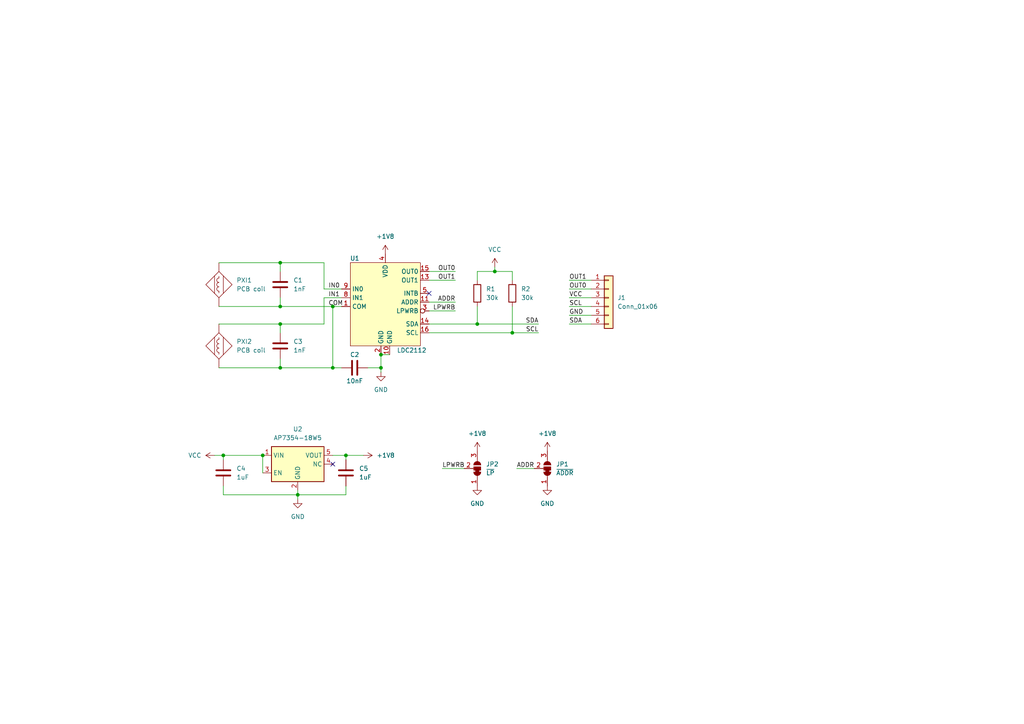
<source format=kicad_sch>
(kicad_sch
	(version 20231120)
	(generator "eeschema")
	(generator_version "8.0")
	(uuid "afaee055-9392-4ae6-aa7e-cc2770462548")
	(paper "A4")
	(title_block
		(title "Smart Water Meter Sensor")
		(date "2021-11-07")
		(rev "1.0.0")
		(company "Copyright (c) 2021 Alexander Dvorkovyy")
		(comment 1 "This work is licensed under a Creative Commons Attribution 4.0 International License.")
	)
	(lib_symbols
		(symbol "Connector_Generic:Conn_01x06"
			(pin_names
				(offset 1.016) hide)
			(exclude_from_sim no)
			(in_bom yes)
			(on_board yes)
			(property "Reference" "J"
				(at 0 7.62 0)
				(effects
					(font
						(size 1.27 1.27)
					)
				)
			)
			(property "Value" "Conn_01x06"
				(at 0 -10.16 0)
				(effects
					(font
						(size 1.27 1.27)
					)
				)
			)
			(property "Footprint" ""
				(at 0 0 0)
				(effects
					(font
						(size 1.27 1.27)
					)
					(hide yes)
				)
			)
			(property "Datasheet" "~"
				(at 0 0 0)
				(effects
					(font
						(size 1.27 1.27)
					)
					(hide yes)
				)
			)
			(property "Description" "Generic connector, single row, 01x06, script generated (kicad-library-utils/schlib/autogen/connector/)"
				(at 0 0 0)
				(effects
					(font
						(size 1.27 1.27)
					)
					(hide yes)
				)
			)
			(property "ki_keywords" "connector"
				(at 0 0 0)
				(effects
					(font
						(size 1.27 1.27)
					)
					(hide yes)
				)
			)
			(property "ki_fp_filters" "Connector*:*_1x??_*"
				(at 0 0 0)
				(effects
					(font
						(size 1.27 1.27)
					)
					(hide yes)
				)
			)
			(symbol "Conn_01x06_1_1"
				(rectangle
					(start -1.27 -7.493)
					(end 0 -7.747)
					(stroke
						(width 0.1524)
						(type default)
					)
					(fill
						(type none)
					)
				)
				(rectangle
					(start -1.27 -4.953)
					(end 0 -5.207)
					(stroke
						(width 0.1524)
						(type default)
					)
					(fill
						(type none)
					)
				)
				(rectangle
					(start -1.27 -2.413)
					(end 0 -2.667)
					(stroke
						(width 0.1524)
						(type default)
					)
					(fill
						(type none)
					)
				)
				(rectangle
					(start -1.27 0.127)
					(end 0 -0.127)
					(stroke
						(width 0.1524)
						(type default)
					)
					(fill
						(type none)
					)
				)
				(rectangle
					(start -1.27 2.667)
					(end 0 2.413)
					(stroke
						(width 0.1524)
						(type default)
					)
					(fill
						(type none)
					)
				)
				(rectangle
					(start -1.27 5.207)
					(end 0 4.953)
					(stroke
						(width 0.1524)
						(type default)
					)
					(fill
						(type none)
					)
				)
				(rectangle
					(start -1.27 6.35)
					(end 1.27 -8.89)
					(stroke
						(width 0.254)
						(type default)
					)
					(fill
						(type background)
					)
				)
				(pin passive line
					(at -5.08 5.08 0)
					(length 3.81)
					(name "Pin_1"
						(effects
							(font
								(size 1.27 1.27)
							)
						)
					)
					(number "1"
						(effects
							(font
								(size 1.27 1.27)
							)
						)
					)
				)
				(pin passive line
					(at -5.08 2.54 0)
					(length 3.81)
					(name "Pin_2"
						(effects
							(font
								(size 1.27 1.27)
							)
						)
					)
					(number "2"
						(effects
							(font
								(size 1.27 1.27)
							)
						)
					)
				)
				(pin passive line
					(at -5.08 0 0)
					(length 3.81)
					(name "Pin_3"
						(effects
							(font
								(size 1.27 1.27)
							)
						)
					)
					(number "3"
						(effects
							(font
								(size 1.27 1.27)
							)
						)
					)
				)
				(pin passive line
					(at -5.08 -2.54 0)
					(length 3.81)
					(name "Pin_4"
						(effects
							(font
								(size 1.27 1.27)
							)
						)
					)
					(number "4"
						(effects
							(font
								(size 1.27 1.27)
							)
						)
					)
				)
				(pin passive line
					(at -5.08 -5.08 0)
					(length 3.81)
					(name "Pin_5"
						(effects
							(font
								(size 1.27 1.27)
							)
						)
					)
					(number "5"
						(effects
							(font
								(size 1.27 1.27)
							)
						)
					)
				)
				(pin passive line
					(at -5.08 -7.62 0)
					(length 3.81)
					(name "Pin_6"
						(effects
							(font
								(size 1.27 1.27)
							)
						)
					)
					(number "6"
						(effects
							(font
								(size 1.27 1.27)
							)
						)
					)
				)
			)
		)
		(symbol "Device:C"
			(pin_numbers hide)
			(pin_names
				(offset 0.254)
			)
			(exclude_from_sim no)
			(in_bom yes)
			(on_board yes)
			(property "Reference" "C"
				(at 0.635 2.54 0)
				(effects
					(font
						(size 1.27 1.27)
					)
					(justify left)
				)
			)
			(property "Value" "C"
				(at 0.635 -2.54 0)
				(effects
					(font
						(size 1.27 1.27)
					)
					(justify left)
				)
			)
			(property "Footprint" ""
				(at 0.9652 -3.81 0)
				(effects
					(font
						(size 1.27 1.27)
					)
					(hide yes)
				)
			)
			(property "Datasheet" "~"
				(at 0 0 0)
				(effects
					(font
						(size 1.27 1.27)
					)
					(hide yes)
				)
			)
			(property "Description" "Unpolarized capacitor"
				(at 0 0 0)
				(effects
					(font
						(size 1.27 1.27)
					)
					(hide yes)
				)
			)
			(property "ki_keywords" "cap capacitor"
				(at 0 0 0)
				(effects
					(font
						(size 1.27 1.27)
					)
					(hide yes)
				)
			)
			(property "ki_fp_filters" "C_*"
				(at 0 0 0)
				(effects
					(font
						(size 1.27 1.27)
					)
					(hide yes)
				)
			)
			(symbol "C_0_1"
				(polyline
					(pts
						(xy -2.032 -0.762) (xy 2.032 -0.762)
					)
					(stroke
						(width 0.508)
						(type default)
					)
					(fill
						(type none)
					)
				)
				(polyline
					(pts
						(xy -2.032 0.762) (xy 2.032 0.762)
					)
					(stroke
						(width 0.508)
						(type default)
					)
					(fill
						(type none)
					)
				)
			)
			(symbol "C_1_1"
				(pin passive line
					(at 0 3.81 270)
					(length 2.794)
					(name "~"
						(effects
							(font
								(size 1.27 1.27)
							)
						)
					)
					(number "1"
						(effects
							(font
								(size 1.27 1.27)
							)
						)
					)
				)
				(pin passive line
					(at 0 -3.81 90)
					(length 2.794)
					(name "~"
						(effects
							(font
								(size 1.27 1.27)
							)
						)
					)
					(number "2"
						(effects
							(font
								(size 1.27 1.27)
							)
						)
					)
				)
			)
		)
		(symbol "Device:R"
			(pin_numbers hide)
			(pin_names
				(offset 0)
			)
			(exclude_from_sim no)
			(in_bom yes)
			(on_board yes)
			(property "Reference" "R"
				(at 2.032 0 90)
				(effects
					(font
						(size 1.27 1.27)
					)
				)
			)
			(property "Value" "R"
				(at 0 0 90)
				(effects
					(font
						(size 1.27 1.27)
					)
				)
			)
			(property "Footprint" ""
				(at -1.778 0 90)
				(effects
					(font
						(size 1.27 1.27)
					)
					(hide yes)
				)
			)
			(property "Datasheet" "~"
				(at 0 0 0)
				(effects
					(font
						(size 1.27 1.27)
					)
					(hide yes)
				)
			)
			(property "Description" "Resistor"
				(at 0 0 0)
				(effects
					(font
						(size 1.27 1.27)
					)
					(hide yes)
				)
			)
			(property "ki_keywords" "R res resistor"
				(at 0 0 0)
				(effects
					(font
						(size 1.27 1.27)
					)
					(hide yes)
				)
			)
			(property "ki_fp_filters" "R_*"
				(at 0 0 0)
				(effects
					(font
						(size 1.27 1.27)
					)
					(hide yes)
				)
			)
			(symbol "R_0_1"
				(rectangle
					(start -1.016 -2.54)
					(end 1.016 2.54)
					(stroke
						(width 0.254)
						(type default)
					)
					(fill
						(type none)
					)
				)
			)
			(symbol "R_1_1"
				(pin passive line
					(at 0 3.81 270)
					(length 1.27)
					(name "~"
						(effects
							(font
								(size 1.27 1.27)
							)
						)
					)
					(number "1"
						(effects
							(font
								(size 1.27 1.27)
							)
						)
					)
				)
				(pin passive line
					(at 0 -3.81 90)
					(length 1.27)
					(name "~"
						(effects
							(font
								(size 1.27 1.27)
							)
						)
					)
					(number "2"
						(effects
							(font
								(size 1.27 1.27)
							)
						)
					)
				)
			)
		)
		(symbol "Jumper:SolderJumper_3_Bridged12"
			(pin_names
				(offset 0) hide)
			(exclude_from_sim no)
			(in_bom yes)
			(on_board yes)
			(property "Reference" "JP"
				(at -2.54 -2.54 0)
				(effects
					(font
						(size 1.27 1.27)
					)
				)
			)
			(property "Value" "SolderJumper_3_Bridged12"
				(at 0 2.794 0)
				(effects
					(font
						(size 1.27 1.27)
					)
				)
			)
			(property "Footprint" ""
				(at 0 0 0)
				(effects
					(font
						(size 1.27 1.27)
					)
					(hide yes)
				)
			)
			(property "Datasheet" "~"
				(at 0 0 0)
				(effects
					(font
						(size 1.27 1.27)
					)
					(hide yes)
				)
			)
			(property "Description" "3-pole Solder Jumper, pins 1+2 closed/bridged"
				(at 0 0 0)
				(effects
					(font
						(size 1.27 1.27)
					)
					(hide yes)
				)
			)
			(property "ki_keywords" "Solder Jumper SPDT"
				(at 0 0 0)
				(effects
					(font
						(size 1.27 1.27)
					)
					(hide yes)
				)
			)
			(property "ki_fp_filters" "SolderJumper*Bridged12*"
				(at 0 0 0)
				(effects
					(font
						(size 1.27 1.27)
					)
					(hide yes)
				)
			)
			(symbol "SolderJumper_3_Bridged12_0_1"
				(rectangle
					(start -1.016 0.508)
					(end -0.508 -0.508)
					(stroke
						(width 0)
						(type default)
					)
					(fill
						(type outline)
					)
				)
				(arc
					(start -1.016 1.016)
					(mid -2.0275 0)
					(end -1.016 -1.016)
					(stroke
						(width 0)
						(type default)
					)
					(fill
						(type none)
					)
				)
				(arc
					(start -1.016 1.016)
					(mid -2.0275 0)
					(end -1.016 -1.016)
					(stroke
						(width 0)
						(type default)
					)
					(fill
						(type outline)
					)
				)
				(rectangle
					(start -0.508 1.016)
					(end 0.508 -1.016)
					(stroke
						(width 0)
						(type default)
					)
					(fill
						(type outline)
					)
				)
				(polyline
					(pts
						(xy -2.54 0) (xy -2.032 0)
					)
					(stroke
						(width 0)
						(type default)
					)
					(fill
						(type none)
					)
				)
				(polyline
					(pts
						(xy -1.016 1.016) (xy -1.016 -1.016)
					)
					(stroke
						(width 0)
						(type default)
					)
					(fill
						(type none)
					)
				)
				(polyline
					(pts
						(xy 0 -1.27) (xy 0 -1.016)
					)
					(stroke
						(width 0)
						(type default)
					)
					(fill
						(type none)
					)
				)
				(polyline
					(pts
						(xy 1.016 1.016) (xy 1.016 -1.016)
					)
					(stroke
						(width 0)
						(type default)
					)
					(fill
						(type none)
					)
				)
				(polyline
					(pts
						(xy 2.54 0) (xy 2.032 0)
					)
					(stroke
						(width 0)
						(type default)
					)
					(fill
						(type none)
					)
				)
				(arc
					(start 1.016 -1.016)
					(mid 2.0275 0)
					(end 1.016 1.016)
					(stroke
						(width 0)
						(type default)
					)
					(fill
						(type none)
					)
				)
				(arc
					(start 1.016 -1.016)
					(mid 2.0275 0)
					(end 1.016 1.016)
					(stroke
						(width 0)
						(type default)
					)
					(fill
						(type outline)
					)
				)
			)
			(symbol "SolderJumper_3_Bridged12_1_1"
				(pin passive line
					(at -5.08 0 0)
					(length 2.54)
					(name "A"
						(effects
							(font
								(size 1.27 1.27)
							)
						)
					)
					(number "1"
						(effects
							(font
								(size 1.27 1.27)
							)
						)
					)
				)
				(pin input line
					(at 0 -3.81 90)
					(length 2.54)
					(name "C"
						(effects
							(font
								(size 1.27 1.27)
							)
						)
					)
					(number "2"
						(effects
							(font
								(size 1.27 1.27)
							)
						)
					)
				)
				(pin passive line
					(at 5.08 0 180)
					(length 2.54)
					(name "B"
						(effects
							(font
								(size 1.27 1.27)
							)
						)
					)
					(number "3"
						(effects
							(font
								(size 1.27 1.27)
							)
						)
					)
				)
			)
		)
		(symbol "Regulator_Linear:ADP7142AUJZ-1.8"
			(exclude_from_sim no)
			(in_bom yes)
			(on_board yes)
			(property "Reference" "U2"
				(at 0 10.16 0)
				(effects
					(font
						(size 1.27 1.27)
					)
				)
			)
			(property "Value" "AP7354-18W5"
				(at 0 7.62 0)
				(effects
					(font
						(size 1.27 1.27)
					)
				)
			)
			(property "Footprint" "Package_TO_SOT_SMD:TSOT-23-5"
				(at 0 -10.16 0)
				(effects
					(font
						(size 1.27 1.27)
						(italic yes)
					)
					(hide yes)
				)
			)
			(property "Datasheet" "https://nl.mouser.com/datasheet/2/115/DIOD_S_A0010206046_1-2543502.pdf"
				(at 0 -12.7 0)
				(effects
					(font
						(size 1.27 1.27)
					)
					(hide yes)
				)
			)
			(property "Description" "150mA, Low Noise, CMOS Low Dropout Regulator, Positive, 1.8V Fixed Output, TSOT-23-5"
				(at 0 0 0)
				(effects
					(font
						(size 1.27 1.27)
					)
					(hide yes)
				)
			)
			(property "ki_keywords" "linear regulator ldo fixed positive"
				(at 0 0 0)
				(effects
					(font
						(size 1.27 1.27)
					)
					(hide yes)
				)
			)
			(property "ki_fp_filters" "TSOT?23*"
				(at 0 0 0)
				(effects
					(font
						(size 1.27 1.27)
					)
					(hide yes)
				)
			)
			(symbol "ADP7142AUJZ-1.8_0_1"
				(rectangle
					(start -7.62 5.08)
					(end 7.62 -5.08)
					(stroke
						(width 0.254)
						(type default)
					)
					(fill
						(type background)
					)
				)
			)
			(symbol "ADP7142AUJZ-1.8_1_1"
				(pin power_in line
					(at -10.16 2.54 0)
					(length 2.54)
					(name "VIN"
						(effects
							(font
								(size 1.27 1.27)
							)
						)
					)
					(number "1"
						(effects
							(font
								(size 1.27 1.27)
							)
						)
					)
				)
				(pin power_in line
					(at 0 -7.62 90)
					(length 2.54)
					(name "GND"
						(effects
							(font
								(size 1.27 1.27)
							)
						)
					)
					(number "2"
						(effects
							(font
								(size 1.27 1.27)
							)
						)
					)
				)
				(pin input line
					(at -10.16 -2.54 0)
					(length 2.54)
					(name "EN"
						(effects
							(font
								(size 1.27 1.27)
							)
						)
					)
					(number "3"
						(effects
							(font
								(size 1.27 1.27)
							)
						)
					)
				)
				(pin no_connect line
					(at 10.16 0 180)
					(length 2.54)
					(name "NC"
						(effects
							(font
								(size 1.27 1.27)
							)
						)
					)
					(number "4"
						(effects
							(font
								(size 1.27 1.27)
							)
						)
					)
				)
				(pin power_out line
					(at 10.16 2.54 180)
					(length 2.54)
					(name "VOUT"
						(effects
							(font
								(size 1.27 1.27)
							)
						)
					)
					(number "5"
						(effects
							(font
								(size 1.27 1.27)
							)
						)
					)
				)
			)
		)
		(symbol "Sensor_Proximity_Goodies:Inductive_Proximity_Sensor"
			(pin_numbers hide)
			(pin_names hide)
			(exclude_from_sim no)
			(in_bom no)
			(on_board yes)
			(property "Reference" "PXI"
				(at 0 5.08 0)
				(effects
					(font
						(size 1.27 1.27)
					)
				)
			)
			(property "Value" "Inductive_Proximity_Sensor"
				(at 0 -5.08 0)
				(effects
					(font
						(size 1.27 1.27)
					)
				)
			)
			(property "Footprint" ""
				(at 0 0 0)
				(effects
					(font
						(size 1.27 1.27)
					)
					(hide yes)
				)
			)
			(property "Datasheet" ""
				(at 0 0 0)
				(effects
					(font
						(size 1.27 1.27)
					)
					(hide yes)
				)
			)
			(property "Description" "Proximity sensor for conductive materials"
				(at 0 0 0)
				(effects
					(font
						(size 1.27 1.27)
					)
					(hide yes)
				)
			)
			(property "Spice_Primitive" "L"
				(at 8.89 5.08 0)
				(effects
					(font
						(size 1.27 1.27)
					)
					(hide yes)
				)
			)
			(property "Spice_Model" "1uH"
				(at 12.7 5.08 0)
				(effects
					(font
						(size 1.27 1.27)
					)
					(hide yes)
				)
			)
			(property "Spice_Netlist_Enabled" "Y"
				(at 16.51 5.08 0)
				(effects
					(font
						(size 1.27 1.27)
					)
					(hide yes)
				)
			)
			(property "ki_keywords" "coil inductive proximity"
				(at 0 0 0)
				(effects
					(font
						(size 1.27 1.27)
					)
					(hide yes)
				)
			)
			(property "ki_fp_filters" "pcb_coil"
				(at 0 0 0)
				(effects
					(font
						(size 1.27 1.27)
					)
					(hide yes)
				)
			)
			(symbol "Inductive_Proximity_Sensor_0_1"
				(arc
					(start -0.635 0.0113)
					(mid -1.27 0.6351)
					(end -1.905 0.0113)
					(stroke
						(width 0.1524)
						(type default)
					)
					(fill
						(type none)
					)
				)
				(polyline
					(pts
						(xy -2.54 -1.27) (xy 2.54 -1.27)
					)
					(stroke
						(width 0.1524)
						(type default)
					)
					(fill
						(type none)
					)
				)
				(polyline
					(pts
						(xy -2.54 1.27) (xy 2.54 1.27)
					)
					(stroke
						(width 0.1524)
						(type default)
					)
					(fill
						(type none)
					)
				)
				(polyline
					(pts
						(xy -2.413 0) (xy -1.905 0)
					)
					(stroke
						(width 0.1524)
						(type default)
					)
					(fill
						(type none)
					)
				)
				(polyline
					(pts
						(xy 1.905 0) (xy 2.413 0)
					)
					(stroke
						(width 0.1524)
						(type default)
					)
					(fill
						(type none)
					)
				)
				(polyline
					(pts
						(xy -3.81 0) (xy 0 3.81) (xy 3.81 0) (xy 0 -3.81) (xy -3.81 0)
					)
					(stroke
						(width 0.1524)
						(type default)
					)
					(fill
						(type none)
					)
				)
				(arc
					(start 0.635 0.0113)
					(mid 0 0.6351)
					(end -0.635 0.0113)
					(stroke
						(width 0.1524)
						(type default)
					)
					(fill
						(type none)
					)
				)
				(arc
					(start 1.905 0.0113)
					(mid 1.27 0.6351)
					(end 0.635 0.0113)
					(stroke
						(width 0.1524)
						(type default)
					)
					(fill
						(type none)
					)
				)
			)
			(symbol "Inductive_Proximity_Sensor_1_1"
				(pin passive line
					(at -6.35 0 0)
					(length 2.54)
					(name "1"
						(effects
							(font
								(size 1.27 1.27)
							)
						)
					)
					(number "1"
						(effects
							(font
								(size 1.27 1.27)
							)
						)
					)
				)
				(pin passive line
					(at 6.35 0 180)
					(length 2.54)
					(name "2"
						(effects
							(font
								(size 1.27 1.27)
							)
						)
					)
					(number "2"
						(effects
							(font
								(size 1.27 1.27)
							)
						)
					)
				)
			)
		)
		(symbol "Sensor_Proximity_Goodies:LDC2112"
			(exclude_from_sim no)
			(in_bom yes)
			(on_board yes)
			(property "Reference" "U"
				(at -8.89 11.43 0)
				(effects
					(font
						(size 1.27 1.27)
					)
				)
			)
			(property "Value" "LDC2112"
				(at 6.35 11.43 0)
				(effects
					(font
						(size 1.27 1.27)
					)
				)
			)
			(property "Footprint" "Package_SO:TSSOP-16_4.4x5mm_P0.65mm"
				(at 2.54 15.24 0)
				(effects
					(font
						(size 1.27 1.27)
					)
					(hide yes)
				)
			)
			(property "Datasheet" "https://www.ti.com/lit/ds/symlink/ldc2112.pdf"
				(at 0 17.78 0)
				(effects
					(font
						(size 1.27 1.27)
					)
					(hide yes)
				)
			)
			(property "Description" "Inductive Touch Solution, 2-channel, TSSOP-16"
				(at 0 0 0)
				(effects
					(font
						(size 1.27 1.27)
					)
					(hide yes)
				)
			)
			(property "ki_keywords" "inductance sensor"
				(at 0 0 0)
				(effects
					(font
						(size 1.27 1.27)
					)
					(hide yes)
				)
			)
			(property "ki_fp_filters" "WSON*1EP*4x4mm*P0.5mm*"
				(at 0 0 0)
				(effects
					(font
						(size 1.27 1.27)
					)
					(hide yes)
				)
			)
			(symbol "LDC2112_0_1"
				(rectangle
					(start -10.16 10.16)
					(end 10.16 -13.97)
					(stroke
						(width 0.1524)
						(type default)
					)
					(fill
						(type background)
					)
				)
				(rectangle
					(start 12.7 -3.81)
					(end 12.7 -3.81)
					(stroke
						(width 0.1524)
						(type default)
					)
					(fill
						(type none)
					)
				)
			)
			(symbol "LDC2112_1_1"
				(pin input line
					(at -12.7 -2.54 0)
					(length 2.54)
					(name "COM"
						(effects
							(font
								(size 1.27 1.27)
							)
						)
					)
					(number "1"
						(effects
							(font
								(size 1.27 1.27)
							)
						)
					)
				)
				(pin power_in line
					(at 1.27 -16.51 90)
					(length 2.54)
					(name "GND"
						(effects
							(font
								(size 1.27 1.27)
							)
						)
					)
					(number "10"
						(effects
							(font
								(size 1.27 1.27)
							)
						)
					)
				)
				(pin input line
					(at 12.7 -1.27 180)
					(length 2.54)
					(name "ADDR"
						(effects
							(font
								(size 1.27 1.27)
							)
						)
					)
					(number "11"
						(effects
							(font
								(size 1.27 1.27)
							)
						)
					)
				)
				(pin output line
					(at 12.7 5.08 180)
					(length 2.54)
					(name "OUT1"
						(effects
							(font
								(size 1.27 1.27)
							)
						)
					)
					(number "13"
						(effects
							(font
								(size 1.27 1.27)
							)
						)
					)
				)
				(pin bidirectional line
					(at 12.7 -7.62 180)
					(length 2.54)
					(name "SDA"
						(effects
							(font
								(size 1.27 1.27)
							)
						)
					)
					(number "14"
						(effects
							(font
								(size 1.27 1.27)
							)
						)
					)
				)
				(pin output line
					(at 12.7 7.62 180)
					(length 2.54)
					(name "OUT0"
						(effects
							(font
								(size 1.27 1.27)
							)
						)
					)
					(number "15"
						(effects
							(font
								(size 1.27 1.27)
							)
						)
					)
				)
				(pin input line
					(at 12.7 -10.16 180)
					(length 2.54)
					(name "SCL"
						(effects
							(font
								(size 1.27 1.27)
							)
						)
					)
					(number "16"
						(effects
							(font
								(size 1.27 1.27)
							)
						)
					)
				)
				(pin power_in line
					(at -1.27 -16.51 90)
					(length 2.54)
					(name "GND"
						(effects
							(font
								(size 1.27 1.27)
							)
						)
					)
					(number "2"
						(effects
							(font
								(size 1.27 1.27)
							)
						)
					)
				)
				(pin input inverted
					(at 12.7 -3.81 180)
					(length 2.54)
					(name "LPWRB"
						(effects
							(font
								(size 1.27 1.27)
							)
						)
					)
					(number "3"
						(effects
							(font
								(size 1.27 1.27)
							)
						)
					)
				)
				(pin power_in line
					(at 0 12.7 270)
					(length 2.54)
					(name "VDD"
						(effects
							(font
								(size 1.27 1.27)
							)
						)
					)
					(number "4"
						(effects
							(font
								(size 1.27 1.27)
							)
						)
					)
				)
				(pin output line
					(at 12.7 1.27 180)
					(length 2.54)
					(name "INTB"
						(effects
							(font
								(size 1.27 1.27)
							)
						)
					)
					(number "5"
						(effects
							(font
								(size 1.27 1.27)
							)
						)
					)
				)
				(pin input line
					(at -12.7 0 0)
					(length 2.54)
					(name "IN1"
						(effects
							(font
								(size 1.27 1.27)
							)
						)
					)
					(number "8"
						(effects
							(font
								(size 1.27 1.27)
							)
						)
					)
				)
				(pin input line
					(at -12.7 2.54 0)
					(length 2.54)
					(name "IN0"
						(effects
							(font
								(size 1.27 1.27)
							)
						)
					)
					(number "9"
						(effects
							(font
								(size 1.27 1.27)
							)
						)
					)
				)
			)
		)
		(symbol "power:+1V8"
			(power)
			(pin_names
				(offset 0)
			)
			(exclude_from_sim no)
			(in_bom yes)
			(on_board yes)
			(property "Reference" "#PWR"
				(at 0 -3.81 0)
				(effects
					(font
						(size 1.27 1.27)
					)
					(hide yes)
				)
			)
			(property "Value" "+1V8"
				(at 0 3.556 0)
				(effects
					(font
						(size 1.27 1.27)
					)
				)
			)
			(property "Footprint" ""
				(at 0 0 0)
				(effects
					(font
						(size 1.27 1.27)
					)
					(hide yes)
				)
			)
			(property "Datasheet" ""
				(at 0 0 0)
				(effects
					(font
						(size 1.27 1.27)
					)
					(hide yes)
				)
			)
			(property "Description" "Power symbol creates a global label with name \"+1V8\""
				(at 0 0 0)
				(effects
					(font
						(size 1.27 1.27)
					)
					(hide yes)
				)
			)
			(property "ki_keywords" "power-flag"
				(at 0 0 0)
				(effects
					(font
						(size 1.27 1.27)
					)
					(hide yes)
				)
			)
			(symbol "+1V8_0_1"
				(polyline
					(pts
						(xy -0.762 1.27) (xy 0 2.54)
					)
					(stroke
						(width 0)
						(type default)
					)
					(fill
						(type none)
					)
				)
				(polyline
					(pts
						(xy 0 0) (xy 0 2.54)
					)
					(stroke
						(width 0)
						(type default)
					)
					(fill
						(type none)
					)
				)
				(polyline
					(pts
						(xy 0 2.54) (xy 0.762 1.27)
					)
					(stroke
						(width 0)
						(type default)
					)
					(fill
						(type none)
					)
				)
			)
			(symbol "+1V8_1_1"
				(pin power_in line
					(at 0 0 90)
					(length 0) hide
					(name "+1V8"
						(effects
							(font
								(size 1.27 1.27)
							)
						)
					)
					(number "1"
						(effects
							(font
								(size 1.27 1.27)
							)
						)
					)
				)
			)
		)
		(symbol "power:GND"
			(power)
			(pin_names
				(offset 0)
			)
			(exclude_from_sim no)
			(in_bom yes)
			(on_board yes)
			(property "Reference" "#PWR"
				(at 0 -6.35 0)
				(effects
					(font
						(size 1.27 1.27)
					)
					(hide yes)
				)
			)
			(property "Value" "GND"
				(at 0 -3.81 0)
				(effects
					(font
						(size 1.27 1.27)
					)
				)
			)
			(property "Footprint" ""
				(at 0 0 0)
				(effects
					(font
						(size 1.27 1.27)
					)
					(hide yes)
				)
			)
			(property "Datasheet" ""
				(at 0 0 0)
				(effects
					(font
						(size 1.27 1.27)
					)
					(hide yes)
				)
			)
			(property "Description" "Power symbol creates a global label with name \"GND\" , ground"
				(at 0 0 0)
				(effects
					(font
						(size 1.27 1.27)
					)
					(hide yes)
				)
			)
			(property "ki_keywords" "power-flag"
				(at 0 0 0)
				(effects
					(font
						(size 1.27 1.27)
					)
					(hide yes)
				)
			)
			(symbol "GND_0_1"
				(polyline
					(pts
						(xy 0 0) (xy 0 -1.27) (xy 1.27 -1.27) (xy 0 -2.54) (xy -1.27 -1.27) (xy 0 -1.27)
					)
					(stroke
						(width 0)
						(type default)
					)
					(fill
						(type none)
					)
				)
			)
			(symbol "GND_1_1"
				(pin power_in line
					(at 0 0 270)
					(length 0) hide
					(name "GND"
						(effects
							(font
								(size 1.27 1.27)
							)
						)
					)
					(number "1"
						(effects
							(font
								(size 1.27 1.27)
							)
						)
					)
				)
			)
		)
		(symbol "power:VCC"
			(power)
			(pin_names
				(offset 0)
			)
			(exclude_from_sim no)
			(in_bom yes)
			(on_board yes)
			(property "Reference" "#PWR"
				(at 0 -3.81 0)
				(effects
					(font
						(size 1.27 1.27)
					)
					(hide yes)
				)
			)
			(property "Value" "VCC"
				(at 0 3.81 0)
				(effects
					(font
						(size 1.27 1.27)
					)
				)
			)
			(property "Footprint" ""
				(at 0 0 0)
				(effects
					(font
						(size 1.27 1.27)
					)
					(hide yes)
				)
			)
			(property "Datasheet" ""
				(at 0 0 0)
				(effects
					(font
						(size 1.27 1.27)
					)
					(hide yes)
				)
			)
			(property "Description" "Power symbol creates a global label with name \"VCC\""
				(at 0 0 0)
				(effects
					(font
						(size 1.27 1.27)
					)
					(hide yes)
				)
			)
			(property "ki_keywords" "power-flag"
				(at 0 0 0)
				(effects
					(font
						(size 1.27 1.27)
					)
					(hide yes)
				)
			)
			(symbol "VCC_0_1"
				(polyline
					(pts
						(xy -0.762 1.27) (xy 0 2.54)
					)
					(stroke
						(width 0)
						(type default)
					)
					(fill
						(type none)
					)
				)
				(polyline
					(pts
						(xy 0 0) (xy 0 2.54)
					)
					(stroke
						(width 0)
						(type default)
					)
					(fill
						(type none)
					)
				)
				(polyline
					(pts
						(xy 0 2.54) (xy 0.762 1.27)
					)
					(stroke
						(width 0)
						(type default)
					)
					(fill
						(type none)
					)
				)
			)
			(symbol "VCC_1_1"
				(pin power_in line
					(at 0 0 90)
					(length 0) hide
					(name "VCC"
						(effects
							(font
								(size 1.27 1.27)
							)
						)
					)
					(number "1"
						(effects
							(font
								(size 1.27 1.27)
							)
						)
					)
				)
			)
		)
	)
	(junction
		(at 96.52 88.9)
		(diameter 0)
		(color 0 0 0 0)
		(uuid "1f1377bf-f47d-47a2-a43b-3f1b9c6f9951")
	)
	(junction
		(at 81.28 93.98)
		(diameter 0)
		(color 0 0 0 0)
		(uuid "253cfdb2-6517-4818-a702-a894fc459f23")
	)
	(junction
		(at 100.33 132.08)
		(diameter 0)
		(color 0 0 0 0)
		(uuid "30b924d4-6c1f-439e-919c-60ed7a0603ff")
	)
	(junction
		(at 86.36 143.51)
		(diameter 0)
		(color 0 0 0 0)
		(uuid "67aabe77-42c4-4352-8ca9-fc4d543ac120")
	)
	(junction
		(at 81.28 106.68)
		(diameter 0)
		(color 0 0 0 0)
		(uuid "6ac1bda9-b9d9-4946-a01f-4410f52fbeff")
	)
	(junction
		(at 64.77 132.08)
		(diameter 0)
		(color 0 0 0 0)
		(uuid "70b9c7ee-1056-40ce-bafa-294fc87f92cc")
	)
	(junction
		(at 81.28 88.9)
		(diameter 0)
		(color 0 0 0 0)
		(uuid "759c3706-9d30-40d7-97d2-bd1f8c480ec7")
	)
	(junction
		(at 81.28 76.2)
		(diameter 0)
		(color 0 0 0 0)
		(uuid "7cda8041-34bc-49d9-9699-7edf02d0805b")
	)
	(junction
		(at 148.59 96.52)
		(diameter 0)
		(color 0 0 0 0)
		(uuid "a0b2c727-b68b-48be-9e22-8be3825c31aa")
	)
	(junction
		(at 138.43 93.98)
		(diameter 0)
		(color 0 0 0 0)
		(uuid "aa2d397e-47ad-45fa-84c6-055413c2425b")
	)
	(junction
		(at 110.49 102.87)
		(diameter 0)
		(color 0 0 0 0)
		(uuid "b674f799-8006-48fb-834a-ce086a781599")
	)
	(junction
		(at 76.2 132.08)
		(diameter 0)
		(color 0 0 0 0)
		(uuid "de24e2ce-d331-4610-b3d7-018ae81399a2")
	)
	(junction
		(at 96.52 106.68)
		(diameter 0)
		(color 0 0 0 0)
		(uuid "e8b9da60-2270-4a45-a8c0-2c6a0c163a41")
	)
	(junction
		(at 110.49 106.68)
		(diameter 0)
		(color 0 0 0 0)
		(uuid "ea495a80-17f7-45fe-a7b1-4f9d1a9f73a9")
	)
	(junction
		(at 143.51 78.74)
		(diameter 0)
		(color 0 0 0 0)
		(uuid "fa0a5397-89ff-4fb7-aa82-2cb88aeacb09")
	)
	(no_connect
		(at 124.46 85.09)
		(uuid "19215cbe-d9e5-4d1c-96eb-bfdae3eac80b")
	)
	(no_connect
		(at 96.52 134.62)
		(uuid "833c08a1-ae8d-486a-835b-01fa5b525861")
	)
	(wire
		(pts
			(xy 81.28 76.2) (xy 81.28 78.74)
		)
		(stroke
			(width 0)
			(type default)
		)
		(uuid "0e27a548-e04c-4871-a191-d98c083279f7")
	)
	(wire
		(pts
			(xy 100.33 132.08) (xy 100.33 133.35)
		)
		(stroke
			(width 0)
			(type default)
		)
		(uuid "12351690-f2e4-4e32-9354-61d6376dcc8d")
	)
	(wire
		(pts
			(xy 124.46 87.63) (xy 132.08 87.63)
		)
		(stroke
			(width 0)
			(type default)
		)
		(uuid "14c6dc1f-da4a-433e-8e08-2e77d9deb152")
	)
	(wire
		(pts
			(xy 124.46 81.28) (xy 132.08 81.28)
		)
		(stroke
			(width 0)
			(type default)
		)
		(uuid "25d9c662-9e2a-48f5-8292-c1de466afd92")
	)
	(wire
		(pts
			(xy 165.1 93.98) (xy 171.45 93.98)
		)
		(stroke
			(width 0)
			(type default)
		)
		(uuid "2a8e7d02-27a4-42c7-9dab-19988232ac97")
	)
	(wire
		(pts
			(xy 81.28 93.98) (xy 93.98 93.98)
		)
		(stroke
			(width 0)
			(type default)
		)
		(uuid "32ec496d-8435-462a-8be7-f5f9c20a178e")
	)
	(wire
		(pts
			(xy 93.98 93.98) (xy 93.98 86.36)
		)
		(stroke
			(width 0)
			(type default)
		)
		(uuid "32ec496d-8435-462a-8be7-f5f9c20a178f")
	)
	(wire
		(pts
			(xy 93.98 86.36) (xy 99.06 86.36)
		)
		(stroke
			(width 0)
			(type default)
		)
		(uuid "32ec496d-8435-462a-8be7-f5f9c20a1790")
	)
	(wire
		(pts
			(xy 63.5 93.98) (xy 81.28 93.98)
		)
		(stroke
			(width 0)
			(type default)
		)
		(uuid "32ec496d-8435-462a-8be7-f5f9c20a1791")
	)
	(wire
		(pts
			(xy 64.77 132.08) (xy 64.77 133.35)
		)
		(stroke
			(width 0)
			(type default)
		)
		(uuid "3e1f61e7-26db-4a2a-a432-3b1a22081a46")
	)
	(wire
		(pts
			(xy 165.1 91.44) (xy 171.45 91.44)
		)
		(stroke
			(width 0)
			(type default)
		)
		(uuid "4026c56b-9a7c-4c30-9e74-5fa7845510e2")
	)
	(wire
		(pts
			(xy 165.1 81.28) (xy 171.45 81.28)
		)
		(stroke
			(width 0)
			(type default)
		)
		(uuid "50eb36fa-db75-4a26-8094-dbcdea011b86")
	)
	(wire
		(pts
			(xy 93.98 83.82) (xy 99.06 83.82)
		)
		(stroke
			(width 0)
			(type default)
		)
		(uuid "65998579-3733-43be-9ac2-105adcd37ea1")
	)
	(wire
		(pts
			(xy 63.5 76.2) (xy 81.28 76.2)
		)
		(stroke
			(width 0)
			(type default)
		)
		(uuid "65998579-3733-43be-9ac2-105adcd37ea2")
	)
	(wire
		(pts
			(xy 81.28 76.2) (xy 93.98 76.2)
		)
		(stroke
			(width 0)
			(type default)
		)
		(uuid "65998579-3733-43be-9ac2-105adcd37ea3")
	)
	(wire
		(pts
			(xy 93.98 76.2) (xy 93.98 83.82)
		)
		(stroke
			(width 0)
			(type default)
		)
		(uuid "65998579-3733-43be-9ac2-105adcd37ea4")
	)
	(wire
		(pts
			(xy 165.1 88.9) (xy 171.45 88.9)
		)
		(stroke
			(width 0)
			(type default)
		)
		(uuid "65d7dcdd-1737-4d15-a2e7-fa3713bf1841")
	)
	(wire
		(pts
			(xy 86.36 143.51) (xy 86.36 144.78)
		)
		(stroke
			(width 0)
			(type default)
		)
		(uuid "6ef809b6-7330-43b5-90ae-3ec77ea93558")
	)
	(wire
		(pts
			(xy 86.36 142.24) (xy 86.36 143.51)
		)
		(stroke
			(width 0)
			(type default)
		)
		(uuid "6ef809b6-7330-43b5-90ae-3ec77ea93559")
	)
	(wire
		(pts
			(xy 138.43 88.9) (xy 138.43 93.98)
		)
		(stroke
			(width 0)
			(type default)
		)
		(uuid "7abcee71-b069-4d37-8122-25aa7d07870a")
	)
	(wire
		(pts
			(xy 64.77 143.51) (xy 86.36 143.51)
		)
		(stroke
			(width 0)
			(type default)
		)
		(uuid "7bc934db-9588-42e2-b94a-f0364af8d517")
	)
	(wire
		(pts
			(xy 64.77 140.97) (xy 64.77 143.51)
		)
		(stroke
			(width 0)
			(type default)
		)
		(uuid "7bc934db-9588-42e2-b94a-f0364af8d518")
	)
	(wire
		(pts
			(xy 99.06 88.9) (xy 96.52 88.9)
		)
		(stroke
			(width 0)
			(type default)
		)
		(uuid "7ec8926a-ace7-45cd-aa43-2eb6ffdcf6f9")
	)
	(wire
		(pts
			(xy 96.52 88.9) (xy 96.52 106.68)
		)
		(stroke
			(width 0)
			(type default)
		)
		(uuid "7ec8926a-ace7-45cd-aa43-2eb6ffdcf6fa")
	)
	(wire
		(pts
			(xy 81.28 106.68) (xy 63.5 106.68)
		)
		(stroke
			(width 0)
			(type default)
		)
		(uuid "7ec8926a-ace7-45cd-aa43-2eb6ffdcf6fb")
	)
	(wire
		(pts
			(xy 96.52 106.68) (xy 81.28 106.68)
		)
		(stroke
			(width 0)
			(type default)
		)
		(uuid "7ec8926a-ace7-45cd-aa43-2eb6ffdcf6fc")
	)
	(wire
		(pts
			(xy 81.28 93.98) (xy 81.28 96.52)
		)
		(stroke
			(width 0)
			(type default)
		)
		(uuid "821bb016-0bae-4cf6-9cbe-6a2d3ea28305")
	)
	(wire
		(pts
			(xy 148.59 88.9) (xy 148.59 96.52)
		)
		(stroke
			(width 0)
			(type default)
		)
		(uuid "8a5596fa-f9e7-47e4-a7b2-cd5d8e0d7db2")
	)
	(wire
		(pts
			(xy 100.33 143.51) (xy 86.36 143.51)
		)
		(stroke
			(width 0)
			(type default)
		)
		(uuid "8c5fe36b-53b9-4da3-80c6-b0607cd3d7db")
	)
	(wire
		(pts
			(xy 100.33 140.97) (xy 100.33 143.51)
		)
		(stroke
			(width 0)
			(type default)
		)
		(uuid "8c5fe36b-53b9-4da3-80c6-b0607cd3d7dc")
	)
	(wire
		(pts
			(xy 124.46 90.17) (xy 132.08 90.17)
		)
		(stroke
			(width 0)
			(type default)
		)
		(uuid "8ef0501a-6bd6-4b6b-a0b6-b6928e352920")
	)
	(wire
		(pts
			(xy 138.43 81.28) (xy 138.43 78.74)
		)
		(stroke
			(width 0)
			(type default)
		)
		(uuid "979dea50-e4fe-4b55-8e98-db57722cd27a")
	)
	(wire
		(pts
			(xy 138.43 78.74) (xy 143.51 78.74)
		)
		(stroke
			(width 0)
			(type default)
		)
		(uuid "979dea50-e4fe-4b55-8e98-db57722cd27b")
	)
	(wire
		(pts
			(xy 143.51 78.74) (xy 148.59 78.74)
		)
		(stroke
			(width 0)
			(type default)
		)
		(uuid "979dea50-e4fe-4b55-8e98-db57722cd27c")
	)
	(wire
		(pts
			(xy 149.86 135.89) (xy 154.94 135.89)
		)
		(stroke
			(width 0)
			(type default)
		)
		(uuid "9a75309e-414b-4200-97b8-abe6b66509bf")
	)
	(wire
		(pts
			(xy 76.2 132.08) (xy 76.2 137.16)
		)
		(stroke
			(width 0)
			(type default)
		)
		(uuid "9bad4cac-22bb-4d16-9f9d-f471e3189f1d")
	)
	(wire
		(pts
			(xy 110.49 102.87) (xy 110.49 106.68)
		)
		(stroke
			(width 0)
			(type default)
		)
		(uuid "9c99cbf1-d720-4141-aff5-05fc2acd1100")
	)
	(wire
		(pts
			(xy 110.49 107.95) (xy 110.49 106.68)
		)
		(stroke
			(width 0)
			(type default)
		)
		(uuid "a12b814e-b53d-4295-a7e4-db9d09b43795")
	)
	(wire
		(pts
			(xy 165.1 86.36) (xy 171.45 86.36)
		)
		(stroke
			(width 0)
			(type default)
		)
		(uuid "a543527d-4f91-42ec-8929-1c8c3a23bc49")
	)
	(wire
		(pts
			(xy 81.28 86.36) (xy 81.28 88.9)
		)
		(stroke
			(width 0)
			(type default)
		)
		(uuid "a657b3e4-665e-4b86-ba57-33ca0b3209f9")
	)
	(wire
		(pts
			(xy 128.27 135.89) (xy 134.62 135.89)
		)
		(stroke
			(width 0)
			(type default)
		)
		(uuid "a7e50378-40c3-4f56-a780-42266c261c8c")
	)
	(wire
		(pts
			(xy 81.28 104.14) (xy 81.28 106.68)
		)
		(stroke
			(width 0)
			(type default)
		)
		(uuid "ad2d5c2b-7845-4354-80bc-1d25216c37fd")
	)
	(wire
		(pts
			(xy 148.59 96.52) (xy 156.21 96.52)
		)
		(stroke
			(width 0)
			(type default)
		)
		(uuid "af130d7b-f5f2-4562-9e2b-5c14a1191e30")
	)
	(wire
		(pts
			(xy 124.46 96.52) (xy 148.59 96.52)
		)
		(stroke
			(width 0)
			(type default)
		)
		(uuid "af130d7b-f5f2-4562-9e2b-5c14a1191e31")
	)
	(wire
		(pts
			(xy 165.1 83.82) (xy 171.45 83.82)
		)
		(stroke
			(width 0)
			(type default)
		)
		(uuid "bbffa306-4b35-47d0-84f9-69107e94f961")
	)
	(wire
		(pts
			(xy 143.51 77.47) (xy 143.51 78.74)
		)
		(stroke
			(width 0)
			(type default)
		)
		(uuid "c04f2a6c-d7a6-4034-a4d3-0ace6a358010")
	)
	(wire
		(pts
			(xy 106.68 106.68) (xy 110.49 106.68)
		)
		(stroke
			(width 0)
			(type default)
		)
		(uuid "c16e2c77-813f-46d7-8b2f-02d61b08625f")
	)
	(wire
		(pts
			(xy 148.59 78.74) (xy 148.59 81.28)
		)
		(stroke
			(width 0)
			(type default)
		)
		(uuid "c2acfdf6-2a1a-4d60-b288-d666d16da32b")
	)
	(wire
		(pts
			(xy 96.52 106.68) (xy 99.06 106.68)
		)
		(stroke
			(width 0)
			(type default)
		)
		(uuid "c2c54991-13a8-4a82-9053-ab5350091230")
	)
	(wire
		(pts
			(xy 110.49 102.87) (xy 113.03 102.87)
		)
		(stroke
			(width 0)
			(type default)
		)
		(uuid "c8feaadd-923f-4a29-9968-28f849653744")
	)
	(wire
		(pts
			(xy 64.77 132.08) (xy 76.2 132.08)
		)
		(stroke
			(width 0)
			(type default)
		)
		(uuid "cde331a9-02d8-4a56-877b-5b6fa864408a")
	)
	(wire
		(pts
			(xy 62.23 132.08) (xy 64.77 132.08)
		)
		(stroke
			(width 0)
			(type default)
		)
		(uuid "cde331a9-02d8-4a56-877b-5b6fa864408b")
	)
	(wire
		(pts
			(xy 124.46 78.74) (xy 132.08 78.74)
		)
		(stroke
			(width 0)
			(type default)
		)
		(uuid "cf559cae-8306-4fa1-82e0-b0572708b24a")
	)
	(wire
		(pts
			(xy 81.28 88.9) (xy 96.52 88.9)
		)
		(stroke
			(width 0)
			(type default)
		)
		(uuid "dc4ed356-d31e-48c4-85e4-a74010bd37ad")
	)
	(wire
		(pts
			(xy 63.5 88.9) (xy 81.28 88.9)
		)
		(stroke
			(width 0)
			(type default)
		)
		(uuid "dc4ed356-d31e-48c4-85e4-a74010bd37ae")
	)
	(wire
		(pts
			(xy 138.43 93.98) (xy 156.21 93.98)
		)
		(stroke
			(width 0)
			(type default)
		)
		(uuid "ead5b0d5-bd40-4c21-9688-1d208e1ccca8")
	)
	(wire
		(pts
			(xy 138.43 93.98) (xy 124.46 93.98)
		)
		(stroke
			(width 0)
			(type default)
		)
		(uuid "ead5b0d5-bd40-4c21-9688-1d208e1ccca9")
	)
	(wire
		(pts
			(xy 100.33 132.08) (xy 105.41 132.08)
		)
		(stroke
			(width 0)
			(type default)
		)
		(uuid "f30ee52c-e4da-4ecf-a174-31df3f9c2e9a")
	)
	(wire
		(pts
			(xy 96.52 132.08) (xy 100.33 132.08)
		)
		(stroke
			(width 0)
			(type default)
		)
		(uuid "f30ee52c-e4da-4ecf-a174-31df3f9c2e9b")
	)
	(label "VCC"
		(at 165.1 86.36 0)
		(fields_autoplaced yes)
		(effects
			(font
				(size 1.27 1.27)
			)
			(justify left bottom)
		)
		(uuid "4a2ebe9e-dbb9-47af-8202-55e75b7419ba")
	)
	(label "IN0"
		(at 95.25 83.82 0)
		(fields_autoplaced yes)
		(effects
			(font
				(size 1.27 1.27)
			)
			(justify left bottom)
		)
		(uuid "4b186963-c7ad-40a9-8d34-b199f2a09b38")
	)
	(label "OUT0"
		(at 132.08 78.74 180)
		(fields_autoplaced yes)
		(effects
			(font
				(size 1.27 1.27)
			)
			(justify right bottom)
		)
		(uuid "603d5307-57a8-4026-a1b5-708568a3745f")
	)
	(label "OUT0"
		(at 165.1 83.82 0)
		(fields_autoplaced yes)
		(effects
			(font
				(size 1.27 1.27)
			)
			(justify left bottom)
		)
		(uuid "61e9ff1f-af25-4d2f-bd13-989f1c9dd54f")
	)
	(label "GND"
		(at 165.1 91.44 0)
		(fields_autoplaced yes)
		(effects
			(font
				(size 1.27 1.27)
			)
			(justify left bottom)
		)
		(uuid "6827e200-d73b-4dd1-b941-ab3bdf931c30")
	)
	(label "SDA"
		(at 156.21 93.98 180)
		(fields_autoplaced yes)
		(effects
			(font
				(size 1.27 1.27)
			)
			(justify right bottom)
		)
		(uuid "7a79d253-cb19-474a-8427-788ba56cfbc2")
	)
	(label "COM"
		(at 95.25 88.9 0)
		(fields_autoplaced yes)
		(effects
			(font
				(size 1.27 1.27)
			)
			(justify left bottom)
		)
		(uuid "82cdc463-f11a-46c2-8615-aaf8ff76a446")
	)
	(label "ADDR"
		(at 132.08 87.63 180)
		(fields_autoplaced yes)
		(effects
			(font
				(size 1.27 1.27)
			)
			(justify right bottom)
		)
		(uuid "8b8e36b9-d7aa-467a-a4bc-f352fde7252a")
	)
	(label "ADDR"
		(at 149.86 135.89 0)
		(fields_autoplaced yes)
		(effects
			(font
				(size 1.27 1.27)
			)
			(justify left bottom)
		)
		(uuid "94007b12-8403-4025-8d0f-4957c1326388")
	)
	(label "SCL"
		(at 156.21 96.52 180)
		(fields_autoplaced yes)
		(effects
			(font
				(size 1.27 1.27)
			)
			(justify right bottom)
		)
		(uuid "98440b85-e495-46b2-ae2a-a16ccae38e46")
	)
	(label "IN1"
		(at 95.25 86.36 0)
		(fields_autoplaced yes)
		(effects
			(font
				(size 1.27 1.27)
			)
			(justify left bottom)
		)
		(uuid "b58bfd74-468b-4503-a373-d6bc848b2bd7")
	)
	(label "LPWRB"
		(at 128.27 135.89 0)
		(fields_autoplaced yes)
		(effects
			(font
				(size 1.27 1.27)
			)
			(justify left bottom)
		)
		(uuid "b6cf8b83-dd4e-4ad1-93dd-61aac1b36699")
	)
	(label "LPWRB"
		(at 132.08 90.17 180)
		(fields_autoplaced yes)
		(effects
			(font
				(size 1.27 1.27)
			)
			(justify right bottom)
		)
		(uuid "c518c9c7-529b-47ef-9bb3-af95bbfebf51")
	)
	(label "OUT1"
		(at 165.1 81.28 0)
		(fields_autoplaced yes)
		(effects
			(font
				(size 1.27 1.27)
			)
			(justify left bottom)
		)
		(uuid "cc772f75-1969-4351-b2c9-90c1a5acdff1")
	)
	(label "SDA"
		(at 165.1 93.98 0)
		(fields_autoplaced yes)
		(effects
			(font
				(size 1.27 1.27)
			)
			(justify left bottom)
		)
		(uuid "e45fa356-612f-4cc4-afcb-5243d70e7f87")
	)
	(label "OUT1"
		(at 132.08 81.28 180)
		(fields_autoplaced yes)
		(effects
			(font
				(size 1.27 1.27)
			)
			(justify right bottom)
		)
		(uuid "f477a23c-3e13-4dd8-a891-c157017e590a")
	)
	(label "SCL"
		(at 165.1 88.9 0)
		(fields_autoplaced yes)
		(effects
			(font
				(size 1.27 1.27)
			)
			(justify left bottom)
		)
		(uuid "fa40f9db-2fa9-4694-b776-ea78d19ab284")
	)
	(symbol
		(lib_id "power:VCC")
		(at 143.51 77.47 0)
		(unit 1)
		(exclude_from_sim no)
		(in_bom yes)
		(on_board yes)
		(dnp no)
		(fields_autoplaced yes)
		(uuid "046286ff-d6fc-49bb-9974-06211c5c01fe")
		(property "Reference" "#PWR02"
			(at 143.51 81.28 0)
			(effects
				(font
					(size 1.27 1.27)
				)
				(hide yes)
			)
		)
		(property "Value" "VCC"
			(at 143.51 72.39 0)
			(effects
				(font
					(size 1.27 1.27)
				)
			)
		)
		(property "Footprint" ""
			(at 143.51 77.47 0)
			(effects
				(font
					(size 1.27 1.27)
				)
				(hide yes)
			)
		)
		(property "Datasheet" ""
			(at 143.51 77.47 0)
			(effects
				(font
					(size 1.27 1.27)
				)
				(hide yes)
			)
		)
		(property "Description" ""
			(at 143.51 77.47 0)
			(effects
				(font
					(size 1.27 1.27)
				)
				(hide yes)
			)
		)
		(pin "1"
			(uuid "8ffeecb9-bfbd-4b25-89d6-8027028bd333")
		)
		(instances
			(project ""
				(path "/afaee055-9392-4ae6-aa7e-cc2770462548"
					(reference "#PWR02")
					(unit 1)
				)
			)
		)
	)
	(symbol
		(lib_id "Connector_Generic:Conn_01x06")
		(at 176.53 86.36 0)
		(unit 1)
		(exclude_from_sim no)
		(in_bom yes)
		(on_board yes)
		(dnp no)
		(fields_autoplaced yes)
		(uuid "056d3c69-3120-4347-abd9-5713e1565f22")
		(property "Reference" "J1"
			(at 179.07 86.3599 0)
			(effects
				(font
					(size 1.27 1.27)
				)
				(justify left)
			)
		)
		(property "Value" "Conn_01x06"
			(at 179.07 88.8999 0)
			(effects
				(font
					(size 1.27 1.27)
				)
				(justify left)
			)
		)
		(property "Footprint" "Connector_PinSocket_2.54mm:PinSocket_1x06_P2.54mm_Vertical"
			(at 176.53 86.36 0)
			(effects
				(font
					(size 1.27 1.27)
				)
				(hide yes)
			)
		)
		(property "Datasheet" "~"
			(at 176.53 86.36 0)
			(effects
				(font
					(size 1.27 1.27)
				)
				(hide yes)
			)
		)
		(property "Description" ""
			(at 176.53 86.36 0)
			(effects
				(font
					(size 1.27 1.27)
				)
				(hide yes)
			)
		)
		(pin "1"
			(uuid "48f8dc41-fd55-44e5-888e-f0fa9b7c9407")
		)
		(pin "2"
			(uuid "8fb8e839-e2e1-47ed-b062-700dcf150d1c")
		)
		(pin "3"
			(uuid "69a83bfb-c3b7-4c7c-a1e6-7070484bd824")
		)
		(pin "4"
			(uuid "ad955754-d7d6-4272-a530-fbd90a300e0a")
		)
		(pin "5"
			(uuid "c5772526-dc66-4bf0-b932-dd76333449c1")
		)
		(pin "6"
			(uuid "dca4c9e6-a47e-44b1-933b-8b1db7d75701")
		)
		(instances
			(project ""
				(path "/afaee055-9392-4ae6-aa7e-cc2770462548"
					(reference "J1")
					(unit 1)
				)
			)
		)
	)
	(symbol
		(lib_id "power:+1V8")
		(at 138.43 130.81 0)
		(unit 1)
		(exclude_from_sim no)
		(in_bom yes)
		(on_board yes)
		(dnp no)
		(fields_autoplaced yes)
		(uuid "08a6dfde-4e87-42d9-832d-e4ad98a39752")
		(property "Reference" "#PWR0107"
			(at 138.43 134.62 0)
			(effects
				(font
					(size 1.27 1.27)
				)
				(hide yes)
			)
		)
		(property "Value" "+1V8"
			(at 138.43 125.73 0)
			(effects
				(font
					(size 1.27 1.27)
				)
			)
		)
		(property "Footprint" ""
			(at 138.43 130.81 0)
			(effects
				(font
					(size 1.27 1.27)
				)
				(hide yes)
			)
		)
		(property "Datasheet" ""
			(at 138.43 130.81 0)
			(effects
				(font
					(size 1.27 1.27)
				)
				(hide yes)
			)
		)
		(property "Description" ""
			(at 138.43 130.81 0)
			(effects
				(font
					(size 1.27 1.27)
				)
				(hide yes)
			)
		)
		(pin "1"
			(uuid "b46d08f7-925f-474c-af49-752df66fddce")
		)
		(instances
			(project ""
				(path "/afaee055-9392-4ae6-aa7e-cc2770462548"
					(reference "#PWR0107")
					(unit 1)
				)
			)
		)
	)
	(symbol
		(lib_id "power:+1V8")
		(at 105.41 132.08 270)
		(unit 1)
		(exclude_from_sim no)
		(in_bom yes)
		(on_board yes)
		(dnp no)
		(fields_autoplaced yes)
		(uuid "096da4fe-fcb2-4476-ae96-991f643cb874")
		(property "Reference" "#PWR0106"
			(at 101.6 132.08 0)
			(effects
				(font
					(size 1.27 1.27)
				)
				(hide yes)
			)
		)
		(property "Value" "+1V8"
			(at 109.22 132.0799 90)
			(effects
				(font
					(size 1.27 1.27)
				)
				(justify left)
			)
		)
		(property "Footprint" ""
			(at 105.41 132.08 0)
			(effects
				(font
					(size 1.27 1.27)
				)
				(hide yes)
			)
		)
		(property "Datasheet" ""
			(at 105.41 132.08 0)
			(effects
				(font
					(size 1.27 1.27)
				)
				(hide yes)
			)
		)
		(property "Description" ""
			(at 105.41 132.08 0)
			(effects
				(font
					(size 1.27 1.27)
				)
				(hide yes)
			)
		)
		(pin "1"
			(uuid "3f6a9c8a-0c8b-457c-bce2-dc0f3d342523")
		)
		(instances
			(project ""
				(path "/afaee055-9392-4ae6-aa7e-cc2770462548"
					(reference "#PWR0106")
					(unit 1)
				)
			)
		)
	)
	(symbol
		(lib_id "power:GND")
		(at 86.36 144.78 0)
		(unit 1)
		(exclude_from_sim no)
		(in_bom yes)
		(on_board yes)
		(dnp no)
		(fields_autoplaced yes)
		(uuid "0e2c6bfc-9c2c-4780-b253-4b930baf88dd")
		(property "Reference" "#PWR0101"
			(at 86.36 151.13 0)
			(effects
				(font
					(size 1.27 1.27)
				)
				(hide yes)
			)
		)
		(property "Value" "GND"
			(at 86.36 149.86 0)
			(effects
				(font
					(size 1.27 1.27)
				)
			)
		)
		(property "Footprint" ""
			(at 86.36 144.78 0)
			(effects
				(font
					(size 1.27 1.27)
				)
				(hide yes)
			)
		)
		(property "Datasheet" ""
			(at 86.36 144.78 0)
			(effects
				(font
					(size 1.27 1.27)
				)
				(hide yes)
			)
		)
		(property "Description" ""
			(at 86.36 144.78 0)
			(effects
				(font
					(size 1.27 1.27)
				)
				(hide yes)
			)
		)
		(pin "1"
			(uuid "0debae4a-2481-4072-b0e3-817182ae750d")
		)
		(instances
			(project ""
				(path "/afaee055-9392-4ae6-aa7e-cc2770462548"
					(reference "#PWR0101")
					(unit 1)
				)
			)
		)
	)
	(symbol
		(lib_id "power:+1V8")
		(at 158.75 130.81 0)
		(unit 1)
		(exclude_from_sim no)
		(in_bom yes)
		(on_board yes)
		(dnp no)
		(fields_autoplaced yes)
		(uuid "25920122-c4d1-48dd-8468-5fe26ef72556")
		(property "Reference" "#PWR0102"
			(at 158.75 134.62 0)
			(effects
				(font
					(size 1.27 1.27)
				)
				(hide yes)
			)
		)
		(property "Value" "+1V8"
			(at 158.75 125.73 0)
			(effects
				(font
					(size 1.27 1.27)
				)
			)
		)
		(property "Footprint" ""
			(at 158.75 130.81 0)
			(effects
				(font
					(size 1.27 1.27)
				)
				(hide yes)
			)
		)
		(property "Datasheet" ""
			(at 158.75 130.81 0)
			(effects
				(font
					(size 1.27 1.27)
				)
				(hide yes)
			)
		)
		(property "Description" ""
			(at 158.75 130.81 0)
			(effects
				(font
					(size 1.27 1.27)
				)
				(hide yes)
			)
		)
		(pin "1"
			(uuid "f800820e-5030-46e3-aba8-d9795740424a")
		)
		(instances
			(project ""
				(path "/afaee055-9392-4ae6-aa7e-cc2770462548"
					(reference "#PWR0102")
					(unit 1)
				)
			)
		)
	)
	(symbol
		(lib_id "Device:R")
		(at 148.59 85.09 0)
		(unit 1)
		(exclude_from_sim no)
		(in_bom yes)
		(on_board yes)
		(dnp no)
		(fields_autoplaced yes)
		(uuid "28e5269a-a43c-4cb7-9457-396cf6515301")
		(property "Reference" "R2"
			(at 151.13 83.8199 0)
			(effects
				(font
					(size 1.27 1.27)
				)
				(justify left)
			)
		)
		(property "Value" "30k"
			(at 151.13 86.3599 0)
			(effects
				(font
					(size 1.27 1.27)
				)
				(justify left)
			)
		)
		(property "Footprint" "Resistor_SMD:R_0603_1608Metric"
			(at 146.812 85.09 90)
			(effects
				(font
					(size 1.27 1.27)
				)
				(hide yes)
			)
		)
		(property "Datasheet" "~"
			(at 148.59 85.09 0)
			(effects
				(font
					(size 1.27 1.27)
				)
				(hide yes)
			)
		)
		(property "Description" "5%"
			(at 148.59 85.09 0)
			(effects
				(font
					(size 1.27 1.27)
				)
				(hide yes)
			)
		)
		(pin "1"
			(uuid "08a66e9c-3e6a-4cee-8927-9cdfd730ebfe")
		)
		(pin "2"
			(uuid "b99a04ad-30c7-4d7b-8779-21b459f1826c")
		)
		(instances
			(project ""
				(path "/afaee055-9392-4ae6-aa7e-cc2770462548"
					(reference "R2")
					(unit 1)
				)
			)
		)
	)
	(symbol
		(lib_id "power:GND")
		(at 138.43 140.97 0)
		(unit 1)
		(exclude_from_sim no)
		(in_bom yes)
		(on_board yes)
		(dnp no)
		(fields_autoplaced yes)
		(uuid "2b3df176-95c9-4ebf-8ebc-00fb0fedfad2")
		(property "Reference" "#PWR0108"
			(at 138.43 147.32 0)
			(effects
				(font
					(size 1.27 1.27)
				)
				(hide yes)
			)
		)
		(property "Value" "GND"
			(at 138.43 146.05 0)
			(effects
				(font
					(size 1.27 1.27)
				)
			)
		)
		(property "Footprint" ""
			(at 138.43 140.97 0)
			(effects
				(font
					(size 1.27 1.27)
				)
				(hide yes)
			)
		)
		(property "Datasheet" ""
			(at 138.43 140.97 0)
			(effects
				(font
					(size 1.27 1.27)
				)
				(hide yes)
			)
		)
		(property "Description" ""
			(at 138.43 140.97 0)
			(effects
				(font
					(size 1.27 1.27)
				)
				(hide yes)
			)
		)
		(pin "1"
			(uuid "c3a0a937-afd8-4fb1-b87d-7148310c1a8b")
		)
		(instances
			(project ""
				(path "/afaee055-9392-4ae6-aa7e-cc2770462548"
					(reference "#PWR0108")
					(unit 1)
				)
			)
		)
	)
	(symbol
		(lib_id "Sensor_Proximity_Goodies:Inductive_Proximity_Sensor")
		(at 63.5 82.55 90)
		(unit 1)
		(exclude_from_sim no)
		(in_bom no)
		(on_board yes)
		(dnp no)
		(uuid "42f53630-0faf-4424-a000-72641d00e4bc")
		(property "Reference" "PXI1"
			(at 68.58 81.2799 90)
			(effects
				(font
					(size 1.27 1.27)
				)
				(justify right)
			)
		)
		(property "Value" "PCB coil"
			(at 68.58 83.8199 90)
			(effects
				(font
					(size 1.27 1.27)
				)
				(justify right)
			)
		)
		(property "Footprint" "pcb_coils:pcb_coil_8mm_2Lx10T_5-5"
			(at 63.5 82.55 0)
			(effects
				(font
					(size 1.27 1.27)
				)
				(hide yes)
			)
		)
		(property "Datasheet" ""
			(at 63.5 82.55 0)
			(effects
				(font
					(size 1.27 1.27)
				)
				(hide yes)
			)
		)
		(property "Description" ""
			(at 63.5 82.55 0)
			(effects
				(font
					(size 1.27 1.27)
				)
				(hide yes)
			)
		)
		(property "Sim.Device" "SPICE"
			(at 58.42 73.66 0)
			(effects
				(font
					(size 1.27 1.27)
				)
				(hide yes)
			)
		)
		(property "Sim.Params" "type=\"L\" model=\"1uH\" lib=\"\""
			(at 0 0 0)
			(effects
				(font
					(size 1.27 1.27)
				)
				(hide yes)
			)
		)
		(property "Sim.Pins" "1=1 2=2"
			(at 0 0 0)
			(effects
				(font
					(size 1.27 1.27)
				)
				(hide yes)
			)
		)
		(pin "1"
			(uuid "2117f954-e710-41e9-b31d-b859ba2f3ad8")
		)
		(pin "2"
			(uuid "7ce95da8-4536-4be5-a160-76ef37a55c07")
		)
		(instances
			(project ""
				(path "/afaee055-9392-4ae6-aa7e-cc2770462548"
					(reference "PXI1")
					(unit 1)
				)
			)
		)
	)
	(symbol
		(lib_id "power:+1V8")
		(at 111.76 73.66 0)
		(unit 1)
		(exclude_from_sim no)
		(in_bom yes)
		(on_board yes)
		(dnp no)
		(fields_autoplaced yes)
		(uuid "4ed99886-3858-4949-8ffd-7cf23584506b")
		(property "Reference" "#PWR0103"
			(at 111.76 77.47 0)
			(effects
				(font
					(size 1.27 1.27)
				)
				(hide yes)
			)
		)
		(property "Value" "+1V8"
			(at 111.76 68.58 0)
			(effects
				(font
					(size 1.27 1.27)
				)
			)
		)
		(property "Footprint" ""
			(at 111.76 73.66 0)
			(effects
				(font
					(size 1.27 1.27)
				)
				(hide yes)
			)
		)
		(property "Datasheet" ""
			(at 111.76 73.66 0)
			(effects
				(font
					(size 1.27 1.27)
				)
				(hide yes)
			)
		)
		(property "Description" ""
			(at 111.76 73.66 0)
			(effects
				(font
					(size 1.27 1.27)
				)
				(hide yes)
			)
		)
		(pin "1"
			(uuid "76fe7fd6-61cb-4ad5-b17d-e2dde76f5cd2")
		)
		(instances
			(project ""
				(path "/afaee055-9392-4ae6-aa7e-cc2770462548"
					(reference "#PWR0103")
					(unit 1)
				)
			)
		)
	)
	(symbol
		(lib_id "Jumper:SolderJumper_3_Bridged12")
		(at 158.75 135.89 270)
		(mirror x)
		(unit 1)
		(exclude_from_sim no)
		(in_bom yes)
		(on_board yes)
		(dnp no)
		(fields_autoplaced yes)
		(uuid "5c82e4e1-21fe-47f6-a374-5b2f2068f899")
		(property "Reference" "JP1"
			(at 161.29 134.6199 90)
			(effects
				(font
					(size 1.27 1.27)
				)
				(justify left)
			)
		)
		(property "Value" "~{ADDR}"
			(at 161.29 137.1599 90)
			(effects
				(font
					(size 1.27 1.27)
				)
				(justify left)
			)
		)
		(property "Footprint" "Jumper:SolderJumper-3_P1.3mm_Bridged12_RoundedPad1.0x1.5mm"
			(at 158.75 135.89 0)
			(effects
				(font
					(size 1.27 1.27)
				)
				(hide yes)
			)
		)
		(property "Datasheet" "~"
			(at 158.75 135.89 0)
			(effects
				(font
					(size 1.27 1.27)
				)
				(hide yes)
			)
		)
		(property "Description" ""
			(at 158.75 135.89 0)
			(effects
				(font
					(size 1.27 1.27)
				)
				(hide yes)
			)
		)
		(pin "1"
			(uuid "da6425ec-b29b-45ef-9003-6d1b18232410")
		)
		(pin "2"
			(uuid "9c0b8691-f394-47a5-a42e-b212dd0bb091")
		)
		(pin "3"
			(uuid "2988708b-c7de-4fb3-97bf-743000f80a8a")
		)
		(instances
			(project ""
				(path "/afaee055-9392-4ae6-aa7e-cc2770462548"
					(reference "JP1")
					(unit 1)
				)
			)
		)
	)
	(symbol
		(lib_id "power:VCC")
		(at 62.23 132.08 90)
		(unit 1)
		(exclude_from_sim no)
		(in_bom yes)
		(on_board yes)
		(dnp no)
		(fields_autoplaced yes)
		(uuid "657429f5-7caa-407e-88e9-13dbaacd407f")
		(property "Reference" "#PWR01"
			(at 66.04 132.08 0)
			(effects
				(font
					(size 1.27 1.27)
				)
				(hide yes)
			)
		)
		(property "Value" "VCC"
			(at 58.42 132.0799 90)
			(effects
				(font
					(size 1.27 1.27)
				)
				(justify left)
			)
		)
		(property "Footprint" ""
			(at 62.23 132.08 0)
			(effects
				(font
					(size 1.27 1.27)
				)
				(hide yes)
			)
		)
		(property "Datasheet" ""
			(at 62.23 132.08 0)
			(effects
				(font
					(size 1.27 1.27)
				)
				(hide yes)
			)
		)
		(property "Description" ""
			(at 62.23 132.08 0)
			(effects
				(font
					(size 1.27 1.27)
				)
				(hide yes)
			)
		)
		(pin "1"
			(uuid "32d0ccfc-d3f4-438d-983b-aaac948d4998")
		)
		(instances
			(project ""
				(path "/afaee055-9392-4ae6-aa7e-cc2770462548"
					(reference "#PWR01")
					(unit 1)
				)
			)
		)
	)
	(symbol
		(lib_id "power:GND")
		(at 158.75 140.97 0)
		(unit 1)
		(exclude_from_sim no)
		(in_bom yes)
		(on_board yes)
		(dnp no)
		(fields_autoplaced yes)
		(uuid "68908dac-e583-4328-9109-15af34792143")
		(property "Reference" "#PWR0104"
			(at 158.75 147.32 0)
			(effects
				(font
					(size 1.27 1.27)
				)
				(hide yes)
			)
		)
		(property "Value" "GND"
			(at 158.75 146.05 0)
			(effects
				(font
					(size 1.27 1.27)
				)
			)
		)
		(property "Footprint" ""
			(at 158.75 140.97 0)
			(effects
				(font
					(size 1.27 1.27)
				)
				(hide yes)
			)
		)
		(property "Datasheet" ""
			(at 158.75 140.97 0)
			(effects
				(font
					(size 1.27 1.27)
				)
				(hide yes)
			)
		)
		(property "Description" ""
			(at 158.75 140.97 0)
			(effects
				(font
					(size 1.27 1.27)
				)
				(hide yes)
			)
		)
		(pin "1"
			(uuid "db180c89-8867-4e7b-8912-c147c0ea71ec")
		)
		(instances
			(project ""
				(path "/afaee055-9392-4ae6-aa7e-cc2770462548"
					(reference "#PWR0104")
					(unit 1)
				)
			)
		)
	)
	(symbol
		(lib_id "Sensor_Proximity_Goodies:Inductive_Proximity_Sensor")
		(at 63.5 100.33 90)
		(unit 1)
		(exclude_from_sim no)
		(in_bom no)
		(on_board yes)
		(dnp no)
		(fields_autoplaced yes)
		(uuid "7099e8db-ea1e-46ea-8d21-e8c34ea62552")
		(property "Reference" "PXI2"
			(at 68.58 99.0599 90)
			(effects
				(font
					(size 1.27 1.27)
				)
				(justify right)
			)
		)
		(property "Value" "PCB coil"
			(at 68.58 101.5999 90)
			(effects
				(font
					(size 1.27 1.27)
				)
				(justify right)
			)
		)
		(property "Footprint" "pcb_coils:pcb_coil_8mm_2Lx10T_5-5"
			(at 63.5 100.33 0)
			(effects
				(font
					(size 1.27 1.27)
				)
				(hide yes)
			)
		)
		(property "Datasheet" ""
			(at 63.5 100.33 0)
			(effects
				(font
					(size 1.27 1.27)
				)
				(hide yes)
			)
		)
		(property "Description" ""
			(at 63.5 100.33 0)
			(effects
				(font
					(size 1.27 1.27)
				)
				(hide yes)
			)
		)
		(property "Sim.Device" "SPICE"
			(at 58.42 91.44 0)
			(effects
				(font
					(size 1.27 1.27)
				)
				(hide yes)
			)
		)
		(property "Sim.Params" "type=\"L\" model=\"1uH\" lib=\"\""
			(at 0 0 0)
			(effects
				(font
					(size 1.27 1.27)
				)
				(hide yes)
			)
		)
		(property "Sim.Pins" "1=1 2=2"
			(at 0 0 0)
			(effects
				(font
					(size 1.27 1.27)
				)
				(hide yes)
			)
		)
		(pin "1"
			(uuid "cf226185-c037-491a-8ded-fe1a5508e0dc")
		)
		(pin "2"
			(uuid "c2a5227e-7aed-4ce4-a70d-4a20a28cdc61")
		)
		(instances
			(project ""
				(path "/afaee055-9392-4ae6-aa7e-cc2770462548"
					(reference "PXI2")
					(unit 1)
				)
			)
		)
	)
	(symbol
		(lib_id "Device:C")
		(at 81.28 82.55 0)
		(unit 1)
		(exclude_from_sim no)
		(in_bom yes)
		(on_board yes)
		(dnp no)
		(fields_autoplaced yes)
		(uuid "714fd593-e668-4eef-9a82-f5866ead373e")
		(property "Reference" "C1"
			(at 85.09 81.2799 0)
			(effects
				(font
					(size 1.27 1.27)
				)
				(justify left)
			)
		)
		(property "Value" "1nF"
			(at 85.09 83.8199 0)
			(effects
				(font
					(size 1.27 1.27)
				)
				(justify left)
			)
		)
		(property "Footprint" "Capacitor_SMD:C_0805_2012Metric"
			(at 82.2452 86.36 0)
			(effects
				(font
					(size 1.27 1.27)
				)
				(hide yes)
			)
		)
		(property "Datasheet" "~"
			(at 81.28 82.55 0)
			(effects
				(font
					(size 1.27 1.27)
				)
				(hide yes)
			)
		)
		(property "Description" "C0G 5% 50V"
			(at 81.28 82.55 0)
			(effects
				(font
					(size 1.27 1.27)
				)
				(hide yes)
			)
		)
		(property "BOM" "C0G 5% 50V"
			(at 81.28 82.55 0)
			(effects
				(font
					(size 1.27 1.27)
				)
				(hide yes)
			)
		)
		(pin "1"
			(uuid "653bc1f6-4de6-410e-83b8-77daa18fdddb")
		)
		(pin "2"
			(uuid "060eb442-1d16-4523-8d1e-0eeb275612bb")
		)
		(instances
			(project ""
				(path "/afaee055-9392-4ae6-aa7e-cc2770462548"
					(reference "C1")
					(unit 1)
				)
			)
		)
	)
	(symbol
		(lib_id "Regulator_Linear:ADP7142AUJZ-1.8")
		(at 86.36 134.62 0)
		(unit 1)
		(exclude_from_sim no)
		(in_bom yes)
		(on_board yes)
		(dnp no)
		(fields_autoplaced yes)
		(uuid "91a0e0d4-4282-4612-b5da-f8704e9aea9f")
		(property "Reference" "U2"
			(at 86.36 124.46 0)
			(effects
				(font
					(size 1.27 1.27)
				)
			)
		)
		(property "Value" "AP7354-18W5"
			(at 86.36 127 0)
			(effects
				(font
					(size 1.27 1.27)
				)
			)
		)
		(property "Footprint" "Package_TO_SOT_SMD:TSOT-23-5"
			(at 86.36 144.78 0)
			(effects
				(font
					(size 1.27 1.27)
					(italic yes)
				)
				(hide yes)
			)
		)
		(property "Datasheet" "https://nl.mouser.com/datasheet/2/115/DIOD_S_A0010206046_1-2543502.pdf"
			(at 86.36 147.32 0)
			(effects
				(font
					(size 1.27 1.27)
				)
				(hide yes)
			)
		)
		(property "Description" "150mA, Low Noise, CMOS Low Dropout Regulator, Positive, 1.8V Fixed Output, TSOT-23-5"
			(at 86.36 134.62 0)
			(effects
				(font
					(size 1.27 1.27)
				)
				(hide yes)
			)
		)
		(property "BOM" ""
			(at 86.36 134.62 0)
			(effects
				(font
					(size 1.27 1.27)
				)
				(hide yes)
			)
		)
		(pin "5"
			(uuid "cf498a87-a8a6-4022-bcba-6ac7d740b861")
		)
		(pin "4"
			(uuid "028147e9-f890-4ad1-afd9-7cf62d9b37c9")
		)
		(pin "2"
			(uuid "f5a85a04-3360-4563-80d9-c07c2809574a")
		)
		(pin "1"
			(uuid "8d0d1696-778e-448b-b8d3-fb33d65d4aae")
		)
		(pin "3"
			(uuid "e88f8815-af73-4578-8806-ff542f858001")
		)
		(instances
			(project ""
				(path "/afaee055-9392-4ae6-aa7e-cc2770462548"
					(reference "U2")
					(unit 1)
				)
			)
		)
	)
	(symbol
		(lib_id "Sensor_Proximity_Goodies:LDC2112")
		(at 111.76 86.36 0)
		(unit 1)
		(exclude_from_sim no)
		(in_bom yes)
		(on_board yes)
		(dnp no)
		(uuid "b053da62-525b-4aeb-8e19-c3c999922ef9")
		(property "Reference" "U1"
			(at 102.908 74.93 0)
			(effects
				(font
					(size 1.27 1.27)
				)
			)
		)
		(property "Value" "LDC2112"
			(at 119.418 101.6 0)
			(effects
				(font
					(size 1.27 1.27)
				)
			)
		)
		(property "Footprint" "Package_SO:TSSOP-16_4.4x5mm_P0.65mm"
			(at 114.3 71.12 0)
			(effects
				(font
					(size 1.27 1.27)
				)
				(hide yes)
			)
		)
		(property "Datasheet" "https://www.ti.com/lit/ds/symlink/ldc2112.pdf"
			(at 111.76 68.58 0)
			(effects
				(font
					(size 1.27 1.27)
				)
				(hide yes)
			)
		)
		(property "Description" ""
			(at 111.76 86.36 0)
			(effects
				(font
					(size 1.27 1.27)
				)
				(hide yes)
			)
		)
		(pin "1"
			(uuid "0a025e1a-3482-4127-98ce-ea089056f9af")
		)
		(pin "10"
			(uuid "13536491-6c0a-49d7-93b1-6ddc469e6797")
		)
		(pin "11"
			(uuid "fd84b8f9-8adb-4fc8-8c63-485fc38630bd")
		)
		(pin "13"
			(uuid "b4890bf1-64bc-496d-803f-f020f7beb806")
		)
		(pin "14"
			(uuid "e323e2d6-c448-4240-a142-362a67e45dd0")
		)
		(pin "15"
			(uuid "d16aa4a9-8e21-4741-b1e8-629b65b64ee6")
		)
		(pin "16"
			(uuid "5e0cf063-868d-4700-b10a-5366db662c28")
		)
		(pin "2"
			(uuid "01b2807d-cf43-49e1-abbe-13eae704adb3")
		)
		(pin "3"
			(uuid "f5866d85-5670-4b4d-9207-49f43f717d6b")
		)
		(pin "4"
			(uuid "29d9f1e1-b83d-4d79-a626-e315ddc6fc5c")
		)
		(pin "5"
			(uuid "654a5477-2e6b-4cb7-9909-22de0b22870c")
		)
		(pin "8"
			(uuid "91e17af2-ec64-4ea3-bd2d-dc909f1358f4")
		)
		(pin "9"
			(uuid "4f3a1488-f30d-46e6-b689-3081fd84ad94")
		)
		(instances
			(project ""
				(path "/afaee055-9392-4ae6-aa7e-cc2770462548"
					(reference "U1")
					(unit 1)
				)
			)
		)
	)
	(symbol
		(lib_id "power:GND")
		(at 110.49 107.95 0)
		(unit 1)
		(exclude_from_sim no)
		(in_bom yes)
		(on_board yes)
		(dnp no)
		(fields_autoplaced yes)
		(uuid "b0e07d4c-e5b6-4739-9733-e4dde0c7be50")
		(property "Reference" "#PWR0105"
			(at 110.49 114.3 0)
			(effects
				(font
					(size 1.27 1.27)
				)
				(hide yes)
			)
		)
		(property "Value" "GND"
			(at 110.49 113.03 0)
			(effects
				(font
					(size 1.27 1.27)
				)
			)
		)
		(property "Footprint" ""
			(at 110.49 107.95 0)
			(effects
				(font
					(size 1.27 1.27)
				)
				(hide yes)
			)
		)
		(property "Datasheet" ""
			(at 110.49 107.95 0)
			(effects
				(font
					(size 1.27 1.27)
				)
				(hide yes)
			)
		)
		(property "Description" ""
			(at 110.49 107.95 0)
			(effects
				(font
					(size 1.27 1.27)
				)
				(hide yes)
			)
		)
		(pin "1"
			(uuid "157cff9b-e5f5-4076-b29b-43bd265251dc")
		)
		(instances
			(project ""
				(path "/afaee055-9392-4ae6-aa7e-cc2770462548"
					(reference "#PWR0105")
					(unit 1)
				)
			)
		)
	)
	(symbol
		(lib_id "Jumper:SolderJumper_3_Bridged12")
		(at 138.43 135.89 270)
		(mirror x)
		(unit 1)
		(exclude_from_sim no)
		(in_bom yes)
		(on_board yes)
		(dnp no)
		(uuid "b4e846b4-961b-4c49-8e0b-841212ee1657")
		(property "Reference" "JP2"
			(at 140.97 134.6199 90)
			(effects
				(font
					(size 1.27 1.27)
				)
				(justify left)
			)
		)
		(property "Value" "~{LP}"
			(at 140.97 137.1599 90)
			(effects
				(font
					(size 1.27 1.27)
				)
				(justify left)
			)
		)
		(property "Footprint" "Jumper:SolderJumper-3_P1.3mm_Bridged12_RoundedPad1.0x1.5mm"
			(at 138.43 135.89 0)
			(effects
				(font
					(size 1.27 1.27)
				)
				(hide yes)
			)
		)
		(property "Datasheet" "~"
			(at 138.43 135.89 0)
			(effects
				(font
					(size 1.27 1.27)
				)
				(hide yes)
			)
		)
		(property "Description" ""
			(at 138.43 135.89 0)
			(effects
				(font
					(size 1.27 1.27)
				)
				(hide yes)
			)
		)
		(pin "1"
			(uuid "df4f3c65-4bd4-46f4-9aad-0875662cb978")
		)
		(pin "2"
			(uuid "7035d95c-a9ea-43b7-8cde-531aa2b42bc8")
		)
		(pin "3"
			(uuid "3e41d327-aacf-4245-b594-b8cfbd066e77")
		)
		(instances
			(project ""
				(path "/afaee055-9392-4ae6-aa7e-cc2770462548"
					(reference "JP2")
					(unit 1)
				)
			)
		)
	)
	(symbol
		(lib_id "Device:C")
		(at 100.33 137.16 0)
		(unit 1)
		(exclude_from_sim no)
		(in_bom yes)
		(on_board yes)
		(dnp no)
		(fields_autoplaced yes)
		(uuid "bdb42833-76a2-4042-b7e2-aa0c7c6d4919")
		(property "Reference" "C5"
			(at 104.14 135.8899 0)
			(effects
				(font
					(size 1.27 1.27)
				)
				(justify left)
			)
		)
		(property "Value" "1uF"
			(at 104.14 138.4299 0)
			(effects
				(font
					(size 1.27 1.27)
				)
				(justify left)
			)
		)
		(property "Footprint" "Capacitor_SMD:C_0603_1608Metric"
			(at 101.2952 140.97 0)
			(effects
				(font
					(size 1.27 1.27)
				)
				(hide yes)
			)
		)
		(property "Datasheet" "~"
			(at 100.33 137.16 0)
			(effects
				(font
					(size 1.27 1.27)
				)
				(hide yes)
			)
		)
		(property "Description" "X7R 10% 6.3V"
			(at 100.33 137.16 0)
			(effects
				(font
					(size 1.27 1.27)
				)
				(hide yes)
			)
		)
		(property "BOM" "X7R 10% 6.3V"
			(at 100.33 137.16 0)
			(effects
				(font
					(size 1.27 1.27)
				)
				(hide yes)
			)
		)
		(pin "1"
			(uuid "3b458ba6-3f4f-4bfa-a1de-7cd9248b95c9")
		)
		(pin "2"
			(uuid "2fe6cf56-28e8-455e-bc50-d26931afa1be")
		)
		(instances
			(project ""
				(path "/afaee055-9392-4ae6-aa7e-cc2770462548"
					(reference "C5")
					(unit 1)
				)
			)
		)
	)
	(symbol
		(lib_id "Device:R")
		(at 138.43 85.09 0)
		(unit 1)
		(exclude_from_sim no)
		(in_bom yes)
		(on_board yes)
		(dnp no)
		(uuid "cd53aac3-4ec3-4a78-a077-d1164c4b8af4")
		(property "Reference" "R1"
			(at 140.97 83.8199 0)
			(effects
				(font
					(size 1.27 1.27)
				)
				(justify left)
			)
		)
		(property "Value" "30k"
			(at 140.97 86.3599 0)
			(effects
				(font
					(size 1.27 1.27)
				)
				(justify left)
			)
		)
		(property "Footprint" "Resistor_SMD:R_0603_1608Metric"
			(at 136.652 85.09 90)
			(effects
				(font
					(size 1.27 1.27)
				)
				(hide yes)
			)
		)
		(property "Datasheet" "~"
			(at 138.43 85.09 0)
			(effects
				(font
					(size 1.27 1.27)
				)
				(hide yes)
			)
		)
		(property "Description" "5%"
			(at 138.43 85.09 0)
			(effects
				(font
					(size 1.27 1.27)
				)
				(hide yes)
			)
		)
		(pin "1"
			(uuid "8521d28d-55ac-45f6-b475-7be797544d00")
		)
		(pin "2"
			(uuid "cbd88fe4-b4c7-43cf-af11-6d3eed49cc98")
		)
		(instances
			(project ""
				(path "/afaee055-9392-4ae6-aa7e-cc2770462548"
					(reference "R1")
					(unit 1)
				)
			)
		)
	)
	(symbol
		(lib_id "Device:C")
		(at 102.87 106.68 90)
		(unit 1)
		(exclude_from_sim no)
		(in_bom yes)
		(on_board yes)
		(dnp no)
		(uuid "d0eea70f-da87-4086-8501-7adad40d0cb7")
		(property "Reference" "C2"
			(at 102.87 102.87 90)
			(effects
				(font
					(size 1.27 1.27)
				)
			)
		)
		(property "Value" "10nF"
			(at 102.87 110.49 90)
			(effects
				(font
					(size 1.27 1.27)
				)
			)
		)
		(property "Footprint" "Capacitor_SMD:C_0805_2012Metric"
			(at 106.68 105.7148 0)
			(effects
				(font
					(size 1.27 1.27)
				)
				(hide yes)
			)
		)
		(property "Datasheet" "~"
			(at 102.87 106.68 0)
			(effects
				(font
					(size 1.27 1.27)
				)
				(hide yes)
			)
		)
		(property "Description" "X7R 5% 50V"
			(at 102.87 106.68 0)
			(effects
				(font
					(size 1.27 1.27)
				)
				(hide yes)
			)
		)
		(pin "1"
			(uuid "87b1fc30-c55a-479e-9c6d-61e9af940387")
		)
		(pin "2"
			(uuid "0b157da4-c0ee-4023-b6b7-eef8fdee6edd")
		)
		(instances
			(project ""
				(path "/afaee055-9392-4ae6-aa7e-cc2770462548"
					(reference "C2")
					(unit 1)
				)
			)
		)
	)
	(symbol
		(lib_id "Device:C")
		(at 64.77 137.16 0)
		(unit 1)
		(exclude_from_sim no)
		(in_bom yes)
		(on_board yes)
		(dnp no)
		(fields_autoplaced yes)
		(uuid "dc73f12d-940a-44ae-86b7-1a600e550ccb")
		(property "Reference" "C4"
			(at 68.58 135.8899 0)
			(effects
				(font
					(size 1.27 1.27)
				)
				(justify left)
			)
		)
		(property "Value" "1uF"
			(at 68.58 138.4299 0)
			(effects
				(font
					(size 1.27 1.27)
				)
				(justify left)
			)
		)
		(property "Footprint" "Capacitor_SMD:C_0603_1608Metric"
			(at 65.7352 140.97 0)
			(effects
				(font
					(size 1.27 1.27)
				)
				(hide yes)
			)
		)
		(property "Datasheet" "~"
			(at 64.77 137.16 0)
			(effects
				(font
					(size 1.27 1.27)
				)
				(hide yes)
			)
		)
		(property "Description" "X7R 10% 6.3V"
			(at 64.77 137.16 0)
			(effects
				(font
					(size 1.27 1.27)
				)
				(hide yes)
			)
		)
		(pin "1"
			(uuid "4758e7ad-06bf-4a3f-8c8b-f39f4130c4c3")
		)
		(pin "2"
			(uuid "7b4916b0-7846-40a5-86d1-3ffd743fc85c")
		)
		(instances
			(project ""
				(path "/afaee055-9392-4ae6-aa7e-cc2770462548"
					(reference "C4")
					(unit 1)
				)
			)
		)
	)
	(symbol
		(lib_id "Device:C")
		(at 81.28 100.33 0)
		(unit 1)
		(exclude_from_sim no)
		(in_bom yes)
		(on_board yes)
		(dnp no)
		(fields_autoplaced yes)
		(uuid "ea43ee0a-eb17-415b-baf0-4763a36be935")
		(property "Reference" "C3"
			(at 85.09 99.0599 0)
			(effects
				(font
					(size 1.27 1.27)
				)
				(justify left)
			)
		)
		(property "Value" "1nF"
			(at 85.09 101.5999 0)
			(effects
				(font
					(size 1.27 1.27)
				)
				(justify left)
			)
		)
		(property "Footprint" "Capacitor_SMD:C_0805_2012Metric"
			(at 82.2452 104.14 0)
			(effects
				(font
					(size 1.27 1.27)
				)
				(hide yes)
			)
		)
		(property "Datasheet" "~"
			(at 81.28 100.33 0)
			(effects
				(font
					(size 1.27 1.27)
				)
				(hide yes)
			)
		)
		(property "Description" "C0G 5% 50V"
			(at 81.28 100.33 0)
			(effects
				(font
					(size 1.27 1.27)
				)
				(hide yes)
			)
		)
		(property "BOM" "C0G 5% 50V"
			(at 81.28 100.33 0)
			(effects
				(font
					(size 1.27 1.27)
				)
				(hide yes)
			)
		)
		(pin "1"
			(uuid "91606d89-d4f8-4fa4-9c6d-a4114bd732c1")
		)
		(pin "2"
			(uuid "b5494dc4-653f-41f9-ba46-8677d67dcd7c")
		)
		(instances
			(project ""
				(path "/afaee055-9392-4ae6-aa7e-cc2770462548"
					(reference "C3")
					(unit 1)
				)
			)
		)
	)
	(sheet_instances
		(path "/"
			(page "1")
		)
	)
)

</source>
